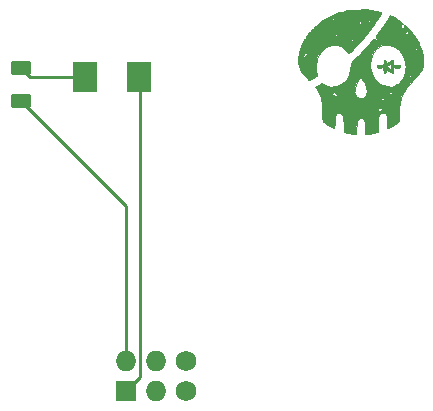
<source format=gbr>
%TF.GenerationSoftware,KiCad,Pcbnew,(6.0.7)*%
%TF.CreationDate,2022-09-06T20:50:32-05:00*%
%TF.ProjectId,Soldering Crew Badge,536f6c64-6572-4696-9e67-204372657720,rev?*%
%TF.SameCoordinates,Original*%
%TF.FileFunction,Copper,L2,Bot*%
%TF.FilePolarity,Positive*%
%FSLAX46Y46*%
G04 Gerber Fmt 4.6, Leading zero omitted, Abs format (unit mm)*
G04 Created by KiCad (PCBNEW (6.0.7)) date 2022-09-06 20:50:32*
%MOMM*%
%LPD*%
G01*
G04 APERTURE LIST*
G04 Aperture macros list*
%AMRoundRect*
0 Rectangle with rounded corners*
0 $1 Rounding radius*
0 $2 $3 $4 $5 $6 $7 $8 $9 X,Y pos of 4 corners*
0 Add a 4 corners polygon primitive as box body*
4,1,4,$2,$3,$4,$5,$6,$7,$8,$9,$2,$3,0*
0 Add four circle primitives for the rounded corners*
1,1,$1+$1,$2,$3*
1,1,$1+$1,$4,$5*
1,1,$1+$1,$6,$7*
1,1,$1+$1,$8,$9*
0 Add four rect primitives between the rounded corners*
20,1,$1+$1,$2,$3,$4,$5,0*
20,1,$1+$1,$4,$5,$6,$7,0*
20,1,$1+$1,$6,$7,$8,$9,0*
20,1,$1+$1,$8,$9,$2,$3,0*%
G04 Aperture macros list end*
%TA.AperFunction,EtchedComponent*%
%ADD10C,0.010000*%
%TD*%
%TA.AperFunction,SMDPad,CuDef*%
%ADD11R,2.000000X2.500000*%
%TD*%
%TA.AperFunction,ComponentPad*%
%ADD12O,1.727200X1.727200*%
%TD*%
%TA.AperFunction,ComponentPad*%
%ADD13R,1.727200X1.727200*%
%TD*%
%TA.AperFunction,ComponentPad*%
%ADD14C,1.727200*%
%TD*%
%TA.AperFunction,SMDPad,CuDef*%
%ADD15RoundRect,0.250000X-0.625000X0.375000X-0.625000X-0.375000X0.625000X-0.375000X0.625000X0.375000X0*%
%TD*%
%TA.AperFunction,Conductor*%
%ADD16C,0.250000*%
%TD*%
G04 APERTURE END LIST*
%TO.C,G\u002A\u002A\u002A*%
G36*
X177064772Y-95031340D02*
G01*
X177150960Y-95150294D01*
X177290794Y-95343289D01*
X177397254Y-95525492D01*
X177461835Y-95636022D01*
X177500992Y-95719421D01*
X177507140Y-95733903D01*
X177575940Y-95895966D01*
X177655482Y-96099383D01*
X177725382Y-96293423D01*
X177727870Y-96300330D01*
X177734631Y-96320140D01*
X177789862Y-96486745D01*
X177827720Y-96619899D01*
X177851549Y-96741923D01*
X177862618Y-96854108D01*
X177864692Y-96875136D01*
X177867360Y-96951800D01*
X177870494Y-97041861D01*
X177872297Y-97264416D01*
X177872575Y-97344351D01*
X177871548Y-97510518D01*
X177869346Y-97554948D01*
X177864477Y-97653245D01*
X177847704Y-97774236D01*
X177846802Y-97780743D01*
X177813966Y-97901223D01*
X177761409Y-98022896D01*
X177684572Y-98153973D01*
X177622481Y-98241339D01*
X177578898Y-98302665D01*
X177539537Y-98352057D01*
X177439826Y-98477183D01*
X177290662Y-98652909D01*
X177262797Y-98685737D01*
X177043254Y-98936540D01*
X176776637Y-99237800D01*
X176738474Y-99281110D01*
X176558296Y-99496260D01*
X176527353Y-99533209D01*
X176457700Y-99628569D01*
X176371317Y-99746834D01*
X176362867Y-99758403D01*
X176233120Y-99976309D01*
X176204334Y-100038304D01*
X176126219Y-100206544D01*
X176030268Y-100468723D01*
X176023791Y-100488262D01*
X176023569Y-100488934D01*
X175992126Y-100585954D01*
X175974214Y-100641226D01*
X175967638Y-100664108D01*
X175938198Y-100766560D01*
X175913094Y-100882453D01*
X175896473Y-101006421D01*
X175893050Y-101054877D01*
X175886976Y-101140880D01*
X175885910Y-101155983D01*
X175880233Y-101313724D01*
X175878977Y-101348655D01*
X175873246Y-101601954D01*
X175873142Y-101606355D01*
X175872947Y-101614616D01*
X175868486Y-101803934D01*
X175862041Y-102016508D01*
X175855115Y-102193719D01*
X175848275Y-102321306D01*
X175842089Y-102385009D01*
X175839580Y-102391708D01*
X175789352Y-102445760D01*
X175688083Y-102524387D01*
X175551120Y-102617892D01*
X175393808Y-102716577D01*
X175231495Y-102810744D01*
X175079525Y-102890694D01*
X174953246Y-102946729D01*
X174845784Y-102987250D01*
X174845784Y-102515431D01*
X174845198Y-102425700D01*
X174833045Y-102163965D01*
X174801983Y-101969283D01*
X174747814Y-101833962D01*
X174666339Y-101750309D01*
X174553359Y-101710633D01*
X174404676Y-101707242D01*
X174384417Y-101708822D01*
X174283954Y-101726938D01*
X174221631Y-101774108D01*
X174165206Y-101872596D01*
X174153486Y-101898212D01*
X174126395Y-101978094D01*
X174105916Y-102081747D01*
X174090384Y-102222766D01*
X174078138Y-102414748D01*
X174067513Y-102671287D01*
X174044708Y-103316567D01*
X173907938Y-103352313D01*
X173834605Y-103370674D01*
X173689940Y-103404917D01*
X173536708Y-103439515D01*
X173433703Y-103459594D01*
X173271093Y-103483479D01*
X173139916Y-103494078D01*
X172977587Y-103497185D01*
X172964070Y-102958059D01*
X172957680Y-102757001D01*
X172947430Y-102581455D01*
X172932530Y-102458348D01*
X172911203Y-102373796D01*
X172881675Y-102313911D01*
X172822726Y-102245286D01*
X172700078Y-102180260D01*
X172564885Y-102179248D01*
X172435078Y-102240662D01*
X172328588Y-102362912D01*
X172327256Y-102365203D01*
X172293613Y-102434044D01*
X172271053Y-102513984D01*
X172257426Y-102621774D01*
X172250582Y-102774171D01*
X172248370Y-102987928D01*
X172247169Y-103477646D01*
X172090861Y-103487613D01*
X172038932Y-103487278D01*
X171901460Y-103473677D01*
X171727939Y-103446527D01*
X171543784Y-103409459D01*
X171153015Y-103321339D01*
X171152146Y-102676569D01*
X171151384Y-102500740D01*
X171147832Y-102295953D01*
X171140313Y-102147081D01*
X171127621Y-102040839D01*
X171108549Y-101963947D01*
X171081890Y-101903121D01*
X171055793Y-101868498D01*
X173634400Y-101868498D01*
X173634401Y-101868937D01*
X173656900Y-101894936D01*
X173721035Y-101859715D01*
X173822806Y-101765462D01*
X173861125Y-101723735D01*
X173915301Y-101652317D01*
X173927113Y-101614616D01*
X173922724Y-101613013D01*
X173876703Y-101635012D01*
X173803195Y-101690352D01*
X173723864Y-101760241D01*
X173660377Y-101825887D01*
X173634400Y-101868498D01*
X171055793Y-101868498D01*
X171011103Y-101809209D01*
X170884851Y-101727954D01*
X170742691Y-101702535D01*
X170639157Y-101727350D01*
X170605104Y-101735512D01*
X170492571Y-101829448D01*
X170477566Y-101850793D01*
X170447761Y-101907974D01*
X170427074Y-101982803D01*
X170413229Y-102090408D01*
X170403947Y-102245914D01*
X170396950Y-102464448D01*
X170388887Y-102685896D01*
X170376399Y-102856832D01*
X170359685Y-102956705D01*
X170338335Y-102989179D01*
X170337106Y-102989108D01*
X170283775Y-102968736D01*
X170178302Y-102917291D01*
X170035385Y-102842243D01*
X169869724Y-102751061D01*
X169774694Y-102696983D01*
X169611271Y-102598192D01*
X169501293Y-102519999D01*
X169432995Y-102453454D01*
X169394610Y-102389605D01*
X169393919Y-102387926D01*
X169371171Y-102293939D01*
X169355475Y-102138541D01*
X169346465Y-101916227D01*
X169344557Y-101706973D01*
X169970124Y-101706973D01*
X169978948Y-101726257D01*
X170032449Y-101767433D01*
X170090611Y-101752563D01*
X170110295Y-101727350D01*
X170106362Y-101679474D01*
X170036067Y-101660569D01*
X169989386Y-101670102D01*
X169970124Y-101706973D01*
X169344557Y-101706973D01*
X169343777Y-101621492D01*
X170899015Y-101621492D01*
X170899463Y-101630336D01*
X170916248Y-101660569D01*
X170922516Y-101658771D01*
X170957631Y-101621492D01*
X170963737Y-101606355D01*
X170940398Y-101582416D01*
X170929056Y-101583917D01*
X170899015Y-101621492D01*
X169343777Y-101621492D01*
X169342284Y-101451492D01*
X173715739Y-101451492D01*
X173730485Y-101501662D01*
X173750753Y-101521341D01*
X173822321Y-101542096D01*
X173848092Y-101540679D01*
X173862004Y-101526242D01*
X173813099Y-101483884D01*
X173800695Y-101476588D01*
X174055660Y-101476588D01*
X174097747Y-101526242D01*
X174120011Y-101552509D01*
X174150835Y-101571178D01*
X174188836Y-101573940D01*
X174240709Y-101541448D01*
X174328015Y-101464590D01*
X174414388Y-101377520D01*
X174447708Y-101313724D01*
X174413597Y-101279793D01*
X174311554Y-101269800D01*
X174220394Y-101279864D01*
X174115591Y-101325890D01*
X174081206Y-101367492D01*
X174057433Y-101396256D01*
X174055660Y-101476588D01*
X173800695Y-101476588D01*
X173752185Y-101448055D01*
X173715739Y-101451492D01*
X169342284Y-101451492D01*
X169341706Y-101385687D01*
X169340872Y-101367492D01*
X170859938Y-101367492D01*
X170879477Y-101387031D01*
X170899015Y-101367492D01*
X170879477Y-101347954D01*
X170859938Y-101367492D01*
X169340872Y-101367492D01*
X169325687Y-101036253D01*
X169320847Y-100995284D01*
X170083737Y-100995284D01*
X170092912Y-101050368D01*
X170156554Y-101074416D01*
X170201979Y-101081743D01*
X170234708Y-101113492D01*
X170235843Y-101122833D01*
X170273784Y-101152569D01*
X170291040Y-101152151D01*
X170309031Y-101140880D01*
X170302241Y-101098092D01*
X170287713Y-101054877D01*
X174767631Y-101054877D01*
X174787169Y-101074416D01*
X174806708Y-101054877D01*
X174787169Y-101035339D01*
X174767631Y-101054877D01*
X170287713Y-101054877D01*
X170270159Y-101002658D01*
X170244812Y-100939713D01*
X170207975Y-100903630D01*
X170152928Y-100920048D01*
X170129630Y-100934755D01*
X170083737Y-100995284D01*
X169320847Y-100995284D01*
X169290248Y-100736254D01*
X169274331Y-100664108D01*
X170273784Y-100664108D01*
X170293323Y-100683646D01*
X170312861Y-100664108D01*
X175275631Y-100664108D01*
X175295169Y-100683646D01*
X175314708Y-100664108D01*
X175295169Y-100644569D01*
X175275631Y-100664108D01*
X170312861Y-100664108D01*
X170293323Y-100644569D01*
X170273784Y-100664108D01*
X169274331Y-100664108D01*
X169266218Y-100627337D01*
X173751631Y-100627337D01*
X173752647Y-100631237D01*
X173790708Y-100644569D01*
X173801418Y-100642979D01*
X173829784Y-100603186D01*
X173826716Y-100589052D01*
X173790708Y-100585954D01*
X173779013Y-100593974D01*
X173751631Y-100627337D01*
X169266218Y-100627337D01*
X169247706Y-100543428D01*
X174345487Y-100543428D01*
X174374656Y-100587729D01*
X174437557Y-100598874D01*
X174477944Y-100585954D01*
X175158400Y-100585954D01*
X175177938Y-100605492D01*
X175197477Y-100585954D01*
X175177938Y-100566416D01*
X175158400Y-100585954D01*
X174477944Y-100585954D01*
X174504377Y-100577498D01*
X174545302Y-100524240D01*
X174551596Y-100493016D01*
X174540287Y-100467938D01*
X175323056Y-100467938D01*
X175325586Y-100493016D01*
X175327733Y-100514313D01*
X175339487Y-100520426D01*
X175353784Y-100488262D01*
X175350964Y-100467574D01*
X175327733Y-100462210D01*
X175323056Y-100467938D01*
X174540287Y-100467938D01*
X174535360Y-100457013D01*
X174462062Y-100456653D01*
X174389574Y-100480134D01*
X174346683Y-100528485D01*
X174345487Y-100543428D01*
X169247706Y-100543428D01*
X169231122Y-100468262D01*
X169144042Y-100214846D01*
X169074590Y-100065658D01*
X170107352Y-100065658D01*
X170186362Y-100144669D01*
X170199144Y-100156162D01*
X170299340Y-100213892D01*
X170421542Y-100252237D01*
X170516337Y-100265643D01*
X170561423Y-100256333D01*
X170565507Y-100218451D01*
X170560326Y-100189188D01*
X170550313Y-100108162D01*
X170522440Y-100058420D01*
X170452608Y-99998158D01*
X170397683Y-99968192D01*
X172079816Y-99968192D01*
X172115241Y-100108790D01*
X172184918Y-100218451D01*
X172196434Y-100236577D01*
X172324687Y-100365230D01*
X172446350Y-100445934D01*
X172616166Y-100489013D01*
X172782959Y-100462853D01*
X172931867Y-100370535D01*
X173048031Y-100215145D01*
X173093422Y-100105357D01*
X173120264Y-99941235D01*
X173967532Y-99941235D01*
X173973427Y-100003620D01*
X173977316Y-100011964D01*
X174022903Y-100050329D01*
X174077114Y-100056309D01*
X174103323Y-100024123D01*
X174102825Y-100017971D01*
X174078474Y-99976974D01*
X174963015Y-99976974D01*
X174982374Y-100024123D01*
X174987917Y-100037624D01*
X175060883Y-100092280D01*
X175148631Y-100106575D01*
X175219222Y-100083206D01*
X175226992Y-100038304D01*
X175164051Y-99965837D01*
X175141499Y-99949287D01*
X175063845Y-99924948D01*
X174993599Y-99934773D01*
X174963015Y-99976974D01*
X174078474Y-99976974D01*
X174072272Y-99966533D01*
X174018498Y-99927121D01*
X173975420Y-99925806D01*
X173972410Y-99931693D01*
X173967532Y-99941235D01*
X173120264Y-99941235D01*
X173121825Y-99931693D01*
X173114287Y-99855350D01*
X174181718Y-99855350D01*
X174209256Y-99863031D01*
X174244146Y-99849510D01*
X174303692Y-99794646D01*
X174329785Y-99760438D01*
X174332313Y-99746834D01*
X174279169Y-99783589D01*
X174225446Y-99822790D01*
X174184733Y-99851973D01*
X174181718Y-99855350D01*
X173114287Y-99855350D01*
X173102113Y-99732043D01*
X173067410Y-99608245D01*
X176143672Y-99608245D01*
X176148349Y-99654621D01*
X176160102Y-99660734D01*
X176174400Y-99628569D01*
X176171580Y-99607882D01*
X176148349Y-99602518D01*
X176143672Y-99608245D01*
X173067410Y-99608245D01*
X173039598Y-99509032D01*
X173673477Y-99509032D01*
X173677511Y-99530675D01*
X173717007Y-99570282D01*
X173765719Y-99562379D01*
X173776328Y-99550212D01*
X173785985Y-99496260D01*
X173732092Y-99472262D01*
X173705162Y-99476399D01*
X173673477Y-99509032D01*
X173039598Y-99509032D01*
X173033948Y-99488875D01*
X172931680Y-99211502D01*
X172881546Y-99101031D01*
X173478092Y-99101031D01*
X173497631Y-99120569D01*
X173517169Y-99101031D01*
X173497631Y-99081492D01*
X173478092Y-99101031D01*
X172881546Y-99101031D01*
X172829764Y-98986927D01*
X172734039Y-98834691D01*
X172642781Y-98752091D01*
X172554266Y-98736421D01*
X172548968Y-98737529D01*
X172511456Y-98753252D01*
X172475102Y-98789349D01*
X172434280Y-98856415D01*
X172383363Y-98965046D01*
X172316724Y-99125837D01*
X172228735Y-99349383D01*
X172141099Y-99593854D01*
X172088866Y-99801105D01*
X172084453Y-99882569D01*
X172079816Y-99968192D01*
X170397683Y-99968192D01*
X170384701Y-99961109D01*
X170322642Y-99960794D01*
X170232623Y-100000878D01*
X170107352Y-100065658D01*
X169074590Y-100065658D01*
X169024740Y-99958576D01*
X168981923Y-99882569D01*
X170234708Y-99882569D01*
X170254246Y-99902108D01*
X170273784Y-99882569D01*
X170254246Y-99863031D01*
X170234708Y-99882569D01*
X168981923Y-99882569D01*
X168868950Y-99682023D01*
X168748653Y-99481476D01*
X169046874Y-99339851D01*
X169345096Y-99198227D01*
X169548575Y-99314646D01*
X169560100Y-99321186D01*
X169841716Y-99445220D01*
X170119132Y-99495052D01*
X170403972Y-99472830D01*
X170605741Y-99420282D01*
X170916053Y-99279121D01*
X171183046Y-99074906D01*
X171404845Y-98810082D01*
X171579578Y-98487093D01*
X171705373Y-98108384D01*
X171780356Y-97676398D01*
X171784801Y-97635893D01*
X171803980Y-97511627D01*
X171808283Y-97500318D01*
X173427926Y-97500318D01*
X173434252Y-97842438D01*
X173494060Y-98163185D01*
X173537153Y-98292802D01*
X173671592Y-98579936D01*
X173847708Y-98847596D01*
X174053443Y-99081180D01*
X174077415Y-99101031D01*
X174276737Y-99266089D01*
X174505528Y-99387720D01*
X174822869Y-99472693D01*
X175128936Y-99483708D01*
X175417133Y-99418681D01*
X175686804Y-99277760D01*
X175733002Y-99237800D01*
X176526092Y-99237800D01*
X176532705Y-99255777D01*
X176584708Y-99276877D01*
X176611672Y-99272468D01*
X176643323Y-99237800D01*
X176636710Y-99219824D01*
X176584708Y-99198723D01*
X176557743Y-99203132D01*
X176526092Y-99237800D01*
X175733002Y-99237800D01*
X175937295Y-99061094D01*
X175972434Y-99023197D01*
X176144482Y-98802896D01*
X176202297Y-98690595D01*
X176664319Y-98690595D01*
X176669638Y-98727209D01*
X176700416Y-98693187D01*
X176700590Y-98692910D01*
X176753791Y-98669743D01*
X176844755Y-98672250D01*
X176905575Y-98676140D01*
X176948418Y-98652909D01*
X176928593Y-98607343D01*
X176845949Y-98554457D01*
X176794453Y-98516119D01*
X176757916Y-98417688D01*
X176752390Y-98388302D01*
X176733480Y-98415604D01*
X176727657Y-98434417D01*
X176702756Y-98514877D01*
X176692761Y-98553954D01*
X176684416Y-98586587D01*
X176664319Y-98690595D01*
X176202297Y-98690595D01*
X176264667Y-98569446D01*
X176269413Y-98553954D01*
X176565169Y-98553954D01*
X176584708Y-98573492D01*
X176604246Y-98553954D01*
X176584708Y-98534416D01*
X176565169Y-98553954D01*
X176269413Y-98553954D01*
X176298632Y-98458568D01*
X176565169Y-98458568D01*
X176566288Y-98467292D01*
X176604246Y-98495339D01*
X176622921Y-98487883D01*
X176643323Y-98434417D01*
X176637700Y-98406505D01*
X176604246Y-98397646D01*
X176593574Y-98405645D01*
X176565169Y-98458568D01*
X176298632Y-98458568D01*
X176327659Y-98363810D01*
X177001927Y-98363810D01*
X177034092Y-98378108D01*
X177054779Y-98375288D01*
X177060143Y-98352057D01*
X177054416Y-98347380D01*
X177008041Y-98352057D01*
X177001927Y-98363810D01*
X176327659Y-98363810D01*
X176349835Y-98291415D01*
X176360108Y-98241339D01*
X176760554Y-98241339D01*
X176780092Y-98260877D01*
X176799631Y-98241339D01*
X176780092Y-98221800D01*
X176760554Y-98241339D01*
X176360108Y-98241339D01*
X176375240Y-98167581D01*
X176406674Y-97774236D01*
X176386816Y-97592565D01*
X176730788Y-97592565D01*
X176731943Y-97679141D01*
X176738849Y-97713800D01*
X176761684Y-97682401D01*
X176777693Y-97606394D01*
X176781856Y-97520247D01*
X176774473Y-97481883D01*
X177473519Y-97481883D01*
X177483477Y-97518416D01*
X177484748Y-97520247D01*
X177491505Y-97529983D01*
X177527166Y-97557492D01*
X177532511Y-97554948D01*
X177522554Y-97518416D01*
X177514525Y-97506848D01*
X177478864Y-97479339D01*
X177473519Y-97481883D01*
X176774473Y-97481883D01*
X176769967Y-97458469D01*
X176761154Y-97446395D01*
X176741845Y-97463543D01*
X176731845Y-97557639D01*
X176730788Y-97592565D01*
X176386816Y-97592565D01*
X176364668Y-97389952D01*
X176251760Y-97023929D01*
X176185978Y-96901066D01*
X176372739Y-96901066D01*
X176392954Y-96971674D01*
X176412200Y-97012289D01*
X176437296Y-97028012D01*
X176475407Y-96975524D01*
X176483018Y-96962958D01*
X176492730Y-96932262D01*
X177112246Y-96932262D01*
X177118859Y-96950238D01*
X177170861Y-96971339D01*
X177197826Y-96966930D01*
X177211639Y-96951800D01*
X177268554Y-96951800D01*
X177288092Y-96971339D01*
X177307631Y-96951800D01*
X177288092Y-96932262D01*
X177268554Y-96951800D01*
X177211639Y-96951800D01*
X177229477Y-96932262D01*
X177222864Y-96914285D01*
X177170861Y-96893185D01*
X177143897Y-96897593D01*
X177135328Y-96906978D01*
X177112246Y-96932262D01*
X176492730Y-96932262D01*
X176500729Y-96906978D01*
X176460045Y-96876202D01*
X176426200Y-96866952D01*
X176377591Y-96872352D01*
X176372739Y-96901066D01*
X176185978Y-96901066D01*
X176160836Y-96854108D01*
X176662861Y-96854108D01*
X176670860Y-96864780D01*
X176723783Y-96893185D01*
X176732507Y-96892066D01*
X176760554Y-96854108D01*
X176753098Y-96835433D01*
X176699632Y-96815031D01*
X176671720Y-96820654D01*
X176662861Y-96854108D01*
X176160836Y-96854108D01*
X176070489Y-96685365D01*
X175823393Y-96383457D01*
X175816106Y-96376178D01*
X175750387Y-96322870D01*
X177130243Y-96322870D01*
X177130727Y-96383473D01*
X177140133Y-96396768D01*
X177199686Y-96420879D01*
X177278408Y-96369748D01*
X177332303Y-96339743D01*
X177437507Y-96335226D01*
X177447377Y-96337021D01*
X177521042Y-96336219D01*
X177542092Y-96293423D01*
X177536738Y-96261024D01*
X177487154Y-96200274D01*
X177412140Y-96179395D01*
X177345158Y-96211645D01*
X177344550Y-96211938D01*
X177308305Y-96242025D01*
X177245612Y-96252517D01*
X177236678Y-96249960D01*
X177174966Y-96267644D01*
X177130243Y-96322870D01*
X175750387Y-96322870D01*
X175612166Y-96210753D01*
X176663538Y-96210753D01*
X176704137Y-96243852D01*
X176753403Y-96261226D01*
X176792213Y-96259198D01*
X176799631Y-96211645D01*
X176790721Y-96164525D01*
X176745972Y-96131642D01*
X176685830Y-96166128D01*
X176663538Y-96210753D01*
X175612166Y-96210753D01*
X175553669Y-96163303D01*
X175272027Y-96020271D01*
X174980355Y-95946231D01*
X174687828Y-95940332D01*
X174403621Y-96001724D01*
X174136908Y-96129554D01*
X173896864Y-96322971D01*
X173692665Y-96581125D01*
X173564650Y-96840202D01*
X173472316Y-97158887D01*
X173427926Y-97500318D01*
X171808283Y-97500318D01*
X171837020Y-97424793D01*
X171899261Y-97346174D01*
X172006044Y-97246552D01*
X172161207Y-97102987D01*
X172395780Y-96873209D01*
X172650327Y-96612499D01*
X172909241Y-96337503D01*
X173156912Y-96064869D01*
X173377732Y-95811247D01*
X173431405Y-95745656D01*
X176298543Y-95745656D01*
X176330708Y-95759954D01*
X176351395Y-95757134D01*
X176356759Y-95733903D01*
X176351031Y-95729226D01*
X176304656Y-95733903D01*
X176298543Y-95745656D01*
X173431405Y-95745656D01*
X173556092Y-95593283D01*
X173572077Y-95573094D01*
X173655752Y-95477274D01*
X173718424Y-95421600D01*
X173747567Y-95417569D01*
X173802037Y-95491007D01*
X173898169Y-95524894D01*
X173925119Y-95505169D01*
X174150749Y-95505169D01*
X174155426Y-95551544D01*
X174167179Y-95557657D01*
X174181477Y-95525492D01*
X174178657Y-95504805D01*
X174155426Y-95499441D01*
X174150749Y-95505169D01*
X173925119Y-95505169D01*
X173935656Y-95497457D01*
X173945677Y-95429335D01*
X173927884Y-95352462D01*
X173884249Y-95298866D01*
X173872990Y-95290109D01*
X173865549Y-95259594D01*
X173885370Y-95205402D01*
X173937752Y-95118122D01*
X173978322Y-95059776D01*
X176291631Y-95059776D01*
X176291698Y-95061137D01*
X176321452Y-95067303D01*
X176389021Y-95033635D01*
X176458494Y-95001933D01*
X176535834Y-94993282D01*
X176585226Y-95013309D01*
X176583232Y-95058957D01*
X176567571Y-95074712D01*
X176505458Y-95081095D01*
X176477437Y-95077282D01*
X176414304Y-95108626D01*
X176403319Y-95129949D01*
X176432367Y-95150222D01*
X176528678Y-95156038D01*
X176561266Y-95155907D01*
X176647720Y-95153918D01*
X176682400Y-95150294D01*
X176680122Y-95142236D01*
X176659805Y-95081683D01*
X176625275Y-94982640D01*
X176612398Y-94942548D01*
X176588556Y-94830440D01*
X176589149Y-94753035D01*
X176597099Y-94726725D01*
X176598227Y-94707123D01*
X176566178Y-94753723D01*
X176515124Y-94797237D01*
X176421901Y-94822108D01*
X176395339Y-94822823D01*
X176341588Y-94842067D01*
X176342020Y-94900223D01*
X176347256Y-94949680D01*
X176327039Y-95000221D01*
X176319868Y-95005435D01*
X176291631Y-95059776D01*
X173978322Y-95059776D01*
X174027992Y-94988344D01*
X174161391Y-94806658D01*
X174304166Y-94609491D01*
X174376861Y-94609491D01*
X174377242Y-94614954D01*
X174399862Y-94623559D01*
X174439208Y-94581609D01*
X174448716Y-94559771D01*
X174421976Y-94564376D01*
X174404617Y-94576439D01*
X174376861Y-94609491D01*
X174304166Y-94609491D01*
X174311130Y-94599874D01*
X174469244Y-94372723D01*
X174533169Y-94372723D01*
X174552708Y-94392262D01*
X174572246Y-94372723D01*
X174552708Y-94353185D01*
X174533169Y-94372723D01*
X174469244Y-94372723D01*
X174478246Y-94359791D01*
X174549378Y-94253962D01*
X175971172Y-94253962D01*
X175976573Y-94288219D01*
X175995579Y-94314758D01*
X176011406Y-94372723D01*
X176018092Y-94397215D01*
X176018730Y-94404396D01*
X176058572Y-94467299D01*
X176141327Y-94526169D01*
X176178894Y-94544295D01*
X176219063Y-94559771D01*
X176276247Y-94581803D01*
X176317791Y-94579417D01*
X176298051Y-94536767D01*
X176278367Y-94497043D01*
X176275599Y-94409767D01*
X176281334Y-94378778D01*
X176260679Y-94281308D01*
X176183660Y-94224475D01*
X176064330Y-94220845D01*
X176037075Y-94226815D01*
X175971172Y-94253962D01*
X174549378Y-94253962D01*
X174638291Y-94121680D01*
X174715525Y-94001492D01*
X175646861Y-94001492D01*
X175654882Y-94013187D01*
X175688245Y-94040569D01*
X175692144Y-94039553D01*
X175705477Y-94001492D01*
X175703887Y-93990782D01*
X175664094Y-93962416D01*
X175649960Y-93965484D01*
X175646861Y-94001492D01*
X174715525Y-94001492D01*
X174770836Y-93915419D01*
X174789905Y-93884729D01*
X174889530Y-93725266D01*
X174972799Y-93593396D01*
X175031477Y-93502088D01*
X175057327Y-93464309D01*
X175069737Y-93462329D01*
X175138698Y-93485220D01*
X175253425Y-93539657D01*
X175400281Y-93617951D01*
X175565625Y-93712418D01*
X175735820Y-93815370D01*
X175897226Y-93919121D01*
X176015412Y-94001492D01*
X176036205Y-94015984D01*
X176202113Y-94145306D01*
X176505902Y-94415838D01*
X176664886Y-94579417D01*
X176798298Y-94716686D01*
X177064772Y-95031340D01*
G37*
D10*
X177064772Y-95031340D02*
X177150960Y-95150294D01*
X177290794Y-95343289D01*
X177397254Y-95525492D01*
X177461835Y-95636022D01*
X177500992Y-95719421D01*
X177507140Y-95733903D01*
X177575940Y-95895966D01*
X177655482Y-96099383D01*
X177725382Y-96293423D01*
X177727870Y-96300330D01*
X177734631Y-96320140D01*
X177789862Y-96486745D01*
X177827720Y-96619899D01*
X177851549Y-96741923D01*
X177862618Y-96854108D01*
X177864692Y-96875136D01*
X177867360Y-96951800D01*
X177870494Y-97041861D01*
X177872297Y-97264416D01*
X177872575Y-97344351D01*
X177871548Y-97510518D01*
X177869346Y-97554948D01*
X177864477Y-97653245D01*
X177847704Y-97774236D01*
X177846802Y-97780743D01*
X177813966Y-97901223D01*
X177761409Y-98022896D01*
X177684572Y-98153973D01*
X177622481Y-98241339D01*
X177578898Y-98302665D01*
X177539537Y-98352057D01*
X177439826Y-98477183D01*
X177290662Y-98652909D01*
X177262797Y-98685737D01*
X177043254Y-98936540D01*
X176776637Y-99237800D01*
X176738474Y-99281110D01*
X176558296Y-99496260D01*
X176527353Y-99533209D01*
X176457700Y-99628569D01*
X176371317Y-99746834D01*
X176362867Y-99758403D01*
X176233120Y-99976309D01*
X176204334Y-100038304D01*
X176126219Y-100206544D01*
X176030268Y-100468723D01*
X176023791Y-100488262D01*
X176023569Y-100488934D01*
X175992126Y-100585954D01*
X175974214Y-100641226D01*
X175967638Y-100664108D01*
X175938198Y-100766560D01*
X175913094Y-100882453D01*
X175896473Y-101006421D01*
X175893050Y-101054877D01*
X175886976Y-101140880D01*
X175885910Y-101155983D01*
X175880233Y-101313724D01*
X175878977Y-101348655D01*
X175873246Y-101601954D01*
X175873142Y-101606355D01*
X175872947Y-101614616D01*
X175868486Y-101803934D01*
X175862041Y-102016508D01*
X175855115Y-102193719D01*
X175848275Y-102321306D01*
X175842089Y-102385009D01*
X175839580Y-102391708D01*
X175789352Y-102445760D01*
X175688083Y-102524387D01*
X175551120Y-102617892D01*
X175393808Y-102716577D01*
X175231495Y-102810744D01*
X175079525Y-102890694D01*
X174953246Y-102946729D01*
X174845784Y-102987250D01*
X174845784Y-102515431D01*
X174845198Y-102425700D01*
X174833045Y-102163965D01*
X174801983Y-101969283D01*
X174747814Y-101833962D01*
X174666339Y-101750309D01*
X174553359Y-101710633D01*
X174404676Y-101707242D01*
X174384417Y-101708822D01*
X174283954Y-101726938D01*
X174221631Y-101774108D01*
X174165206Y-101872596D01*
X174153486Y-101898212D01*
X174126395Y-101978094D01*
X174105916Y-102081747D01*
X174090384Y-102222766D01*
X174078138Y-102414748D01*
X174067513Y-102671287D01*
X174044708Y-103316567D01*
X173907938Y-103352313D01*
X173834605Y-103370674D01*
X173689940Y-103404917D01*
X173536708Y-103439515D01*
X173433703Y-103459594D01*
X173271093Y-103483479D01*
X173139916Y-103494078D01*
X172977587Y-103497185D01*
X172964070Y-102958059D01*
X172957680Y-102757001D01*
X172947430Y-102581455D01*
X172932530Y-102458348D01*
X172911203Y-102373796D01*
X172881675Y-102313911D01*
X172822726Y-102245286D01*
X172700078Y-102180260D01*
X172564885Y-102179248D01*
X172435078Y-102240662D01*
X172328588Y-102362912D01*
X172327256Y-102365203D01*
X172293613Y-102434044D01*
X172271053Y-102513984D01*
X172257426Y-102621774D01*
X172250582Y-102774171D01*
X172248370Y-102987928D01*
X172247169Y-103477646D01*
X172090861Y-103487613D01*
X172038932Y-103487278D01*
X171901460Y-103473677D01*
X171727939Y-103446527D01*
X171543784Y-103409459D01*
X171153015Y-103321339D01*
X171152146Y-102676569D01*
X171151384Y-102500740D01*
X171147832Y-102295953D01*
X171140313Y-102147081D01*
X171127621Y-102040839D01*
X171108549Y-101963947D01*
X171081890Y-101903121D01*
X171055793Y-101868498D01*
X173634400Y-101868498D01*
X173634401Y-101868937D01*
X173656900Y-101894936D01*
X173721035Y-101859715D01*
X173822806Y-101765462D01*
X173861125Y-101723735D01*
X173915301Y-101652317D01*
X173927113Y-101614616D01*
X173922724Y-101613013D01*
X173876703Y-101635012D01*
X173803195Y-101690352D01*
X173723864Y-101760241D01*
X173660377Y-101825887D01*
X173634400Y-101868498D01*
X171055793Y-101868498D01*
X171011103Y-101809209D01*
X170884851Y-101727954D01*
X170742691Y-101702535D01*
X170639157Y-101727350D01*
X170605104Y-101735512D01*
X170492571Y-101829448D01*
X170477566Y-101850793D01*
X170447761Y-101907974D01*
X170427074Y-101982803D01*
X170413229Y-102090408D01*
X170403947Y-102245914D01*
X170396950Y-102464448D01*
X170388887Y-102685896D01*
X170376399Y-102856832D01*
X170359685Y-102956705D01*
X170338335Y-102989179D01*
X170337106Y-102989108D01*
X170283775Y-102968736D01*
X170178302Y-102917291D01*
X170035385Y-102842243D01*
X169869724Y-102751061D01*
X169774694Y-102696983D01*
X169611271Y-102598192D01*
X169501293Y-102519999D01*
X169432995Y-102453454D01*
X169394610Y-102389605D01*
X169393919Y-102387926D01*
X169371171Y-102293939D01*
X169355475Y-102138541D01*
X169346465Y-101916227D01*
X169344557Y-101706973D01*
X169970124Y-101706973D01*
X169978948Y-101726257D01*
X170032449Y-101767433D01*
X170090611Y-101752563D01*
X170110295Y-101727350D01*
X170106362Y-101679474D01*
X170036067Y-101660569D01*
X169989386Y-101670102D01*
X169970124Y-101706973D01*
X169344557Y-101706973D01*
X169343777Y-101621492D01*
X170899015Y-101621492D01*
X170899463Y-101630336D01*
X170916248Y-101660569D01*
X170922516Y-101658771D01*
X170957631Y-101621492D01*
X170963737Y-101606355D01*
X170940398Y-101582416D01*
X170929056Y-101583917D01*
X170899015Y-101621492D01*
X169343777Y-101621492D01*
X169342284Y-101451492D01*
X173715739Y-101451492D01*
X173730485Y-101501662D01*
X173750753Y-101521341D01*
X173822321Y-101542096D01*
X173848092Y-101540679D01*
X173862004Y-101526242D01*
X173813099Y-101483884D01*
X173800695Y-101476588D01*
X174055660Y-101476588D01*
X174097747Y-101526242D01*
X174120011Y-101552509D01*
X174150835Y-101571178D01*
X174188836Y-101573940D01*
X174240709Y-101541448D01*
X174328015Y-101464590D01*
X174414388Y-101377520D01*
X174447708Y-101313724D01*
X174413597Y-101279793D01*
X174311554Y-101269800D01*
X174220394Y-101279864D01*
X174115591Y-101325890D01*
X174081206Y-101367492D01*
X174057433Y-101396256D01*
X174055660Y-101476588D01*
X173800695Y-101476588D01*
X173752185Y-101448055D01*
X173715739Y-101451492D01*
X169342284Y-101451492D01*
X169341706Y-101385687D01*
X169340872Y-101367492D01*
X170859938Y-101367492D01*
X170879477Y-101387031D01*
X170899015Y-101367492D01*
X170879477Y-101347954D01*
X170859938Y-101367492D01*
X169340872Y-101367492D01*
X169325687Y-101036253D01*
X169320847Y-100995284D01*
X170083737Y-100995284D01*
X170092912Y-101050368D01*
X170156554Y-101074416D01*
X170201979Y-101081743D01*
X170234708Y-101113492D01*
X170235843Y-101122833D01*
X170273784Y-101152569D01*
X170291040Y-101152151D01*
X170309031Y-101140880D01*
X170302241Y-101098092D01*
X170287713Y-101054877D01*
X174767631Y-101054877D01*
X174787169Y-101074416D01*
X174806708Y-101054877D01*
X174787169Y-101035339D01*
X174767631Y-101054877D01*
X170287713Y-101054877D01*
X170270159Y-101002658D01*
X170244812Y-100939713D01*
X170207975Y-100903630D01*
X170152928Y-100920048D01*
X170129630Y-100934755D01*
X170083737Y-100995284D01*
X169320847Y-100995284D01*
X169290248Y-100736254D01*
X169274331Y-100664108D01*
X170273784Y-100664108D01*
X170293323Y-100683646D01*
X170312861Y-100664108D01*
X175275631Y-100664108D01*
X175295169Y-100683646D01*
X175314708Y-100664108D01*
X175295169Y-100644569D01*
X175275631Y-100664108D01*
X170312861Y-100664108D01*
X170293323Y-100644569D01*
X170273784Y-100664108D01*
X169274331Y-100664108D01*
X169266218Y-100627337D01*
X173751631Y-100627337D01*
X173752647Y-100631237D01*
X173790708Y-100644569D01*
X173801418Y-100642979D01*
X173829784Y-100603186D01*
X173826716Y-100589052D01*
X173790708Y-100585954D01*
X173779013Y-100593974D01*
X173751631Y-100627337D01*
X169266218Y-100627337D01*
X169247706Y-100543428D01*
X174345487Y-100543428D01*
X174374656Y-100587729D01*
X174437557Y-100598874D01*
X174477944Y-100585954D01*
X175158400Y-100585954D01*
X175177938Y-100605492D01*
X175197477Y-100585954D01*
X175177938Y-100566416D01*
X175158400Y-100585954D01*
X174477944Y-100585954D01*
X174504377Y-100577498D01*
X174545302Y-100524240D01*
X174551596Y-100493016D01*
X174540287Y-100467938D01*
X175323056Y-100467938D01*
X175325586Y-100493016D01*
X175327733Y-100514313D01*
X175339487Y-100520426D01*
X175353784Y-100488262D01*
X175350964Y-100467574D01*
X175327733Y-100462210D01*
X175323056Y-100467938D01*
X174540287Y-100467938D01*
X174535360Y-100457013D01*
X174462062Y-100456653D01*
X174389574Y-100480134D01*
X174346683Y-100528485D01*
X174345487Y-100543428D01*
X169247706Y-100543428D01*
X169231122Y-100468262D01*
X169144042Y-100214846D01*
X169074590Y-100065658D01*
X170107352Y-100065658D01*
X170186362Y-100144669D01*
X170199144Y-100156162D01*
X170299340Y-100213892D01*
X170421542Y-100252237D01*
X170516337Y-100265643D01*
X170561423Y-100256333D01*
X170565507Y-100218451D01*
X170560326Y-100189188D01*
X170550313Y-100108162D01*
X170522440Y-100058420D01*
X170452608Y-99998158D01*
X170397683Y-99968192D01*
X172079816Y-99968192D01*
X172115241Y-100108790D01*
X172184918Y-100218451D01*
X172196434Y-100236577D01*
X172324687Y-100365230D01*
X172446350Y-100445934D01*
X172616166Y-100489013D01*
X172782959Y-100462853D01*
X172931867Y-100370535D01*
X173048031Y-100215145D01*
X173093422Y-100105357D01*
X173120264Y-99941235D01*
X173967532Y-99941235D01*
X173973427Y-100003620D01*
X173977316Y-100011964D01*
X174022903Y-100050329D01*
X174077114Y-100056309D01*
X174103323Y-100024123D01*
X174102825Y-100017971D01*
X174078474Y-99976974D01*
X174963015Y-99976974D01*
X174982374Y-100024123D01*
X174987917Y-100037624D01*
X175060883Y-100092280D01*
X175148631Y-100106575D01*
X175219222Y-100083206D01*
X175226992Y-100038304D01*
X175164051Y-99965837D01*
X175141499Y-99949287D01*
X175063845Y-99924948D01*
X174993599Y-99934773D01*
X174963015Y-99976974D01*
X174078474Y-99976974D01*
X174072272Y-99966533D01*
X174018498Y-99927121D01*
X173975420Y-99925806D01*
X173972410Y-99931693D01*
X173967532Y-99941235D01*
X173120264Y-99941235D01*
X173121825Y-99931693D01*
X173114287Y-99855350D01*
X174181718Y-99855350D01*
X174209256Y-99863031D01*
X174244146Y-99849510D01*
X174303692Y-99794646D01*
X174329785Y-99760438D01*
X174332313Y-99746834D01*
X174279169Y-99783589D01*
X174225446Y-99822790D01*
X174184733Y-99851973D01*
X174181718Y-99855350D01*
X173114287Y-99855350D01*
X173102113Y-99732043D01*
X173067410Y-99608245D01*
X176143672Y-99608245D01*
X176148349Y-99654621D01*
X176160102Y-99660734D01*
X176174400Y-99628569D01*
X176171580Y-99607882D01*
X176148349Y-99602518D01*
X176143672Y-99608245D01*
X173067410Y-99608245D01*
X173039598Y-99509032D01*
X173673477Y-99509032D01*
X173677511Y-99530675D01*
X173717007Y-99570282D01*
X173765719Y-99562379D01*
X173776328Y-99550212D01*
X173785985Y-99496260D01*
X173732092Y-99472262D01*
X173705162Y-99476399D01*
X173673477Y-99509032D01*
X173039598Y-99509032D01*
X173033948Y-99488875D01*
X172931680Y-99211502D01*
X172881546Y-99101031D01*
X173478092Y-99101031D01*
X173497631Y-99120569D01*
X173517169Y-99101031D01*
X173497631Y-99081492D01*
X173478092Y-99101031D01*
X172881546Y-99101031D01*
X172829764Y-98986927D01*
X172734039Y-98834691D01*
X172642781Y-98752091D01*
X172554266Y-98736421D01*
X172548968Y-98737529D01*
X172511456Y-98753252D01*
X172475102Y-98789349D01*
X172434280Y-98856415D01*
X172383363Y-98965046D01*
X172316724Y-99125837D01*
X172228735Y-99349383D01*
X172141099Y-99593854D01*
X172088866Y-99801105D01*
X172084453Y-99882569D01*
X172079816Y-99968192D01*
X170397683Y-99968192D01*
X170384701Y-99961109D01*
X170322642Y-99960794D01*
X170232623Y-100000878D01*
X170107352Y-100065658D01*
X169074590Y-100065658D01*
X169024740Y-99958576D01*
X168981923Y-99882569D01*
X170234708Y-99882569D01*
X170254246Y-99902108D01*
X170273784Y-99882569D01*
X170254246Y-99863031D01*
X170234708Y-99882569D01*
X168981923Y-99882569D01*
X168868950Y-99682023D01*
X168748653Y-99481476D01*
X169046874Y-99339851D01*
X169345096Y-99198227D01*
X169548575Y-99314646D01*
X169560100Y-99321186D01*
X169841716Y-99445220D01*
X170119132Y-99495052D01*
X170403972Y-99472830D01*
X170605741Y-99420282D01*
X170916053Y-99279121D01*
X171183046Y-99074906D01*
X171404845Y-98810082D01*
X171579578Y-98487093D01*
X171705373Y-98108384D01*
X171780356Y-97676398D01*
X171784801Y-97635893D01*
X171803980Y-97511627D01*
X171808283Y-97500318D01*
X173427926Y-97500318D01*
X173434252Y-97842438D01*
X173494060Y-98163185D01*
X173537153Y-98292802D01*
X173671592Y-98579936D01*
X173847708Y-98847596D01*
X174053443Y-99081180D01*
X174077415Y-99101031D01*
X174276737Y-99266089D01*
X174505528Y-99387720D01*
X174822869Y-99472693D01*
X175128936Y-99483708D01*
X175417133Y-99418681D01*
X175686804Y-99277760D01*
X175733002Y-99237800D01*
X176526092Y-99237800D01*
X176532705Y-99255777D01*
X176584708Y-99276877D01*
X176611672Y-99272468D01*
X176643323Y-99237800D01*
X176636710Y-99219824D01*
X176584708Y-99198723D01*
X176557743Y-99203132D01*
X176526092Y-99237800D01*
X175733002Y-99237800D01*
X175937295Y-99061094D01*
X175972434Y-99023197D01*
X176144482Y-98802896D01*
X176202297Y-98690595D01*
X176664319Y-98690595D01*
X176669638Y-98727209D01*
X176700416Y-98693187D01*
X176700590Y-98692910D01*
X176753791Y-98669743D01*
X176844755Y-98672250D01*
X176905575Y-98676140D01*
X176948418Y-98652909D01*
X176928593Y-98607343D01*
X176845949Y-98554457D01*
X176794453Y-98516119D01*
X176757916Y-98417688D01*
X176752390Y-98388302D01*
X176733480Y-98415604D01*
X176727657Y-98434417D01*
X176702756Y-98514877D01*
X176692761Y-98553954D01*
X176684416Y-98586587D01*
X176664319Y-98690595D01*
X176202297Y-98690595D01*
X176264667Y-98569446D01*
X176269413Y-98553954D01*
X176565169Y-98553954D01*
X176584708Y-98573492D01*
X176604246Y-98553954D01*
X176584708Y-98534416D01*
X176565169Y-98553954D01*
X176269413Y-98553954D01*
X176298632Y-98458568D01*
X176565169Y-98458568D01*
X176566288Y-98467292D01*
X176604246Y-98495339D01*
X176622921Y-98487883D01*
X176643323Y-98434417D01*
X176637700Y-98406505D01*
X176604246Y-98397646D01*
X176593574Y-98405645D01*
X176565169Y-98458568D01*
X176298632Y-98458568D01*
X176327659Y-98363810D01*
X177001927Y-98363810D01*
X177034092Y-98378108D01*
X177054779Y-98375288D01*
X177060143Y-98352057D01*
X177054416Y-98347380D01*
X177008041Y-98352057D01*
X177001927Y-98363810D01*
X176327659Y-98363810D01*
X176349835Y-98291415D01*
X176360108Y-98241339D01*
X176760554Y-98241339D01*
X176780092Y-98260877D01*
X176799631Y-98241339D01*
X176780092Y-98221800D01*
X176760554Y-98241339D01*
X176360108Y-98241339D01*
X176375240Y-98167581D01*
X176406674Y-97774236D01*
X176386816Y-97592565D01*
X176730788Y-97592565D01*
X176731943Y-97679141D01*
X176738849Y-97713800D01*
X176761684Y-97682401D01*
X176777693Y-97606394D01*
X176781856Y-97520247D01*
X176774473Y-97481883D01*
X177473519Y-97481883D01*
X177483477Y-97518416D01*
X177484748Y-97520247D01*
X177491505Y-97529983D01*
X177527166Y-97557492D01*
X177532511Y-97554948D01*
X177522554Y-97518416D01*
X177514525Y-97506848D01*
X177478864Y-97479339D01*
X177473519Y-97481883D01*
X176774473Y-97481883D01*
X176769967Y-97458469D01*
X176761154Y-97446395D01*
X176741845Y-97463543D01*
X176731845Y-97557639D01*
X176730788Y-97592565D01*
X176386816Y-97592565D01*
X176364668Y-97389952D01*
X176251760Y-97023929D01*
X176185978Y-96901066D01*
X176372739Y-96901066D01*
X176392954Y-96971674D01*
X176412200Y-97012289D01*
X176437296Y-97028012D01*
X176475407Y-96975524D01*
X176483018Y-96962958D01*
X176492730Y-96932262D01*
X177112246Y-96932262D01*
X177118859Y-96950238D01*
X177170861Y-96971339D01*
X177197826Y-96966930D01*
X177211639Y-96951800D01*
X177268554Y-96951800D01*
X177288092Y-96971339D01*
X177307631Y-96951800D01*
X177288092Y-96932262D01*
X177268554Y-96951800D01*
X177211639Y-96951800D01*
X177229477Y-96932262D01*
X177222864Y-96914285D01*
X177170861Y-96893185D01*
X177143897Y-96897593D01*
X177135328Y-96906978D01*
X177112246Y-96932262D01*
X176492730Y-96932262D01*
X176500729Y-96906978D01*
X176460045Y-96876202D01*
X176426200Y-96866952D01*
X176377591Y-96872352D01*
X176372739Y-96901066D01*
X176185978Y-96901066D01*
X176160836Y-96854108D01*
X176662861Y-96854108D01*
X176670860Y-96864780D01*
X176723783Y-96893185D01*
X176732507Y-96892066D01*
X176760554Y-96854108D01*
X176753098Y-96835433D01*
X176699632Y-96815031D01*
X176671720Y-96820654D01*
X176662861Y-96854108D01*
X176160836Y-96854108D01*
X176070489Y-96685365D01*
X175823393Y-96383457D01*
X175816106Y-96376178D01*
X175750387Y-96322870D01*
X177130243Y-96322870D01*
X177130727Y-96383473D01*
X177140133Y-96396768D01*
X177199686Y-96420879D01*
X177278408Y-96369748D01*
X177332303Y-96339743D01*
X177437507Y-96335226D01*
X177447377Y-96337021D01*
X177521042Y-96336219D01*
X177542092Y-96293423D01*
X177536738Y-96261024D01*
X177487154Y-96200274D01*
X177412140Y-96179395D01*
X177345158Y-96211645D01*
X177344550Y-96211938D01*
X177308305Y-96242025D01*
X177245612Y-96252517D01*
X177236678Y-96249960D01*
X177174966Y-96267644D01*
X177130243Y-96322870D01*
X175750387Y-96322870D01*
X175612166Y-96210753D01*
X176663538Y-96210753D01*
X176704137Y-96243852D01*
X176753403Y-96261226D01*
X176792213Y-96259198D01*
X176799631Y-96211645D01*
X176790721Y-96164525D01*
X176745972Y-96131642D01*
X176685830Y-96166128D01*
X176663538Y-96210753D01*
X175612166Y-96210753D01*
X175553669Y-96163303D01*
X175272027Y-96020271D01*
X174980355Y-95946231D01*
X174687828Y-95940332D01*
X174403621Y-96001724D01*
X174136908Y-96129554D01*
X173896864Y-96322971D01*
X173692665Y-96581125D01*
X173564650Y-96840202D01*
X173472316Y-97158887D01*
X173427926Y-97500318D01*
X171808283Y-97500318D01*
X171837020Y-97424793D01*
X171899261Y-97346174D01*
X172006044Y-97246552D01*
X172161207Y-97102987D01*
X172395780Y-96873209D01*
X172650327Y-96612499D01*
X172909241Y-96337503D01*
X173156912Y-96064869D01*
X173377732Y-95811247D01*
X173431405Y-95745656D01*
X176298543Y-95745656D01*
X176330708Y-95759954D01*
X176351395Y-95757134D01*
X176356759Y-95733903D01*
X176351031Y-95729226D01*
X176304656Y-95733903D01*
X176298543Y-95745656D01*
X173431405Y-95745656D01*
X173556092Y-95593283D01*
X173572077Y-95573094D01*
X173655752Y-95477274D01*
X173718424Y-95421600D01*
X173747567Y-95417569D01*
X173802037Y-95491007D01*
X173898169Y-95524894D01*
X173925119Y-95505169D01*
X174150749Y-95505169D01*
X174155426Y-95551544D01*
X174167179Y-95557657D01*
X174181477Y-95525492D01*
X174178657Y-95504805D01*
X174155426Y-95499441D01*
X174150749Y-95505169D01*
X173925119Y-95505169D01*
X173935656Y-95497457D01*
X173945677Y-95429335D01*
X173927884Y-95352462D01*
X173884249Y-95298866D01*
X173872990Y-95290109D01*
X173865549Y-95259594D01*
X173885370Y-95205402D01*
X173937752Y-95118122D01*
X173978322Y-95059776D01*
X176291631Y-95059776D01*
X176291698Y-95061137D01*
X176321452Y-95067303D01*
X176389021Y-95033635D01*
X176458494Y-95001933D01*
X176535834Y-94993282D01*
X176585226Y-95013309D01*
X176583232Y-95058957D01*
X176567571Y-95074712D01*
X176505458Y-95081095D01*
X176477437Y-95077282D01*
X176414304Y-95108626D01*
X176403319Y-95129949D01*
X176432367Y-95150222D01*
X176528678Y-95156038D01*
X176561266Y-95155907D01*
X176647720Y-95153918D01*
X176682400Y-95150294D01*
X176680122Y-95142236D01*
X176659805Y-95081683D01*
X176625275Y-94982640D01*
X176612398Y-94942548D01*
X176588556Y-94830440D01*
X176589149Y-94753035D01*
X176597099Y-94726725D01*
X176598227Y-94707123D01*
X176566178Y-94753723D01*
X176515124Y-94797237D01*
X176421901Y-94822108D01*
X176395339Y-94822823D01*
X176341588Y-94842067D01*
X176342020Y-94900223D01*
X176347256Y-94949680D01*
X176327039Y-95000221D01*
X176319868Y-95005435D01*
X176291631Y-95059776D01*
X173978322Y-95059776D01*
X174027992Y-94988344D01*
X174161391Y-94806658D01*
X174304166Y-94609491D01*
X174376861Y-94609491D01*
X174377242Y-94614954D01*
X174399862Y-94623559D01*
X174439208Y-94581609D01*
X174448716Y-94559771D01*
X174421976Y-94564376D01*
X174404617Y-94576439D01*
X174376861Y-94609491D01*
X174304166Y-94609491D01*
X174311130Y-94599874D01*
X174469244Y-94372723D01*
X174533169Y-94372723D01*
X174552708Y-94392262D01*
X174572246Y-94372723D01*
X174552708Y-94353185D01*
X174533169Y-94372723D01*
X174469244Y-94372723D01*
X174478246Y-94359791D01*
X174549378Y-94253962D01*
X175971172Y-94253962D01*
X175976573Y-94288219D01*
X175995579Y-94314758D01*
X176011406Y-94372723D01*
X176018092Y-94397215D01*
X176018730Y-94404396D01*
X176058572Y-94467299D01*
X176141327Y-94526169D01*
X176178894Y-94544295D01*
X176219063Y-94559771D01*
X176276247Y-94581803D01*
X176317791Y-94579417D01*
X176298051Y-94536767D01*
X176278367Y-94497043D01*
X176275599Y-94409767D01*
X176281334Y-94378778D01*
X176260679Y-94281308D01*
X176183660Y-94224475D01*
X176064330Y-94220845D01*
X176037075Y-94226815D01*
X175971172Y-94253962D01*
X174549378Y-94253962D01*
X174638291Y-94121680D01*
X174715525Y-94001492D01*
X175646861Y-94001492D01*
X175654882Y-94013187D01*
X175688245Y-94040569D01*
X175692144Y-94039553D01*
X175705477Y-94001492D01*
X175703887Y-93990782D01*
X175664094Y-93962416D01*
X175649960Y-93965484D01*
X175646861Y-94001492D01*
X174715525Y-94001492D01*
X174770836Y-93915419D01*
X174789905Y-93884729D01*
X174889530Y-93725266D01*
X174972799Y-93593396D01*
X175031477Y-93502088D01*
X175057327Y-93464309D01*
X175069737Y-93462329D01*
X175138698Y-93485220D01*
X175253425Y-93539657D01*
X175400281Y-93617951D01*
X175565625Y-93712418D01*
X175735820Y-93815370D01*
X175897226Y-93919121D01*
X176015412Y-94001492D01*
X176036205Y-94015984D01*
X176202113Y-94145306D01*
X176505902Y-94415838D01*
X176664886Y-94579417D01*
X176798298Y-94716686D01*
X177064772Y-95031340D01*
G36*
X173824640Y-94066545D02*
G01*
X173732527Y-94194696D01*
X173688829Y-94255492D01*
X173642397Y-94320091D01*
X173586270Y-94395942D01*
X173474108Y-94547520D01*
X173447202Y-94583882D01*
X173415897Y-94625005D01*
X173283535Y-94798885D01*
X173244893Y-94849648D01*
X173128528Y-94997954D01*
X173097706Y-95037237D01*
X173041305Y-95109120D01*
X173004620Y-95154262D01*
X172893474Y-95291031D01*
X172842277Y-95354031D01*
X172809974Y-95392322D01*
X172776803Y-95431643D01*
X172746309Y-95466536D01*
X172638473Y-95589933D01*
X172481178Y-95764446D01*
X172313806Y-95945877D01*
X172145249Y-96124924D01*
X171984393Y-96292280D01*
X171840130Y-96438643D01*
X171721348Y-96554707D01*
X171636936Y-96631168D01*
X171595783Y-96658723D01*
X171587811Y-96656046D01*
X171533049Y-96614023D01*
X171445658Y-96531590D01*
X171340470Y-96422470D01*
X171328815Y-96410001D01*
X171196477Y-96280575D01*
X171058161Y-96162712D01*
X170941994Y-96080547D01*
X170867083Y-96039117D01*
X170782779Y-96004855D01*
X170686852Y-95985464D01*
X170557139Y-95976840D01*
X170371477Y-95974877D01*
X170199443Y-95976397D01*
X170065375Y-95984315D01*
X169964441Y-96003200D01*
X169873165Y-96037610D01*
X169768075Y-96092108D01*
X169671694Y-96151580D01*
X169511904Y-96269089D01*
X169416307Y-96353160D01*
X169373872Y-96390479D01*
X169339263Y-96429589D01*
X169226519Y-96556997D01*
X169029568Y-96863852D01*
X168911974Y-97147185D01*
X168889007Y-97202524D01*
X168809018Y-97558157D01*
X168793780Y-97915893D01*
X168817066Y-98065492D01*
X168847477Y-98260877D01*
X168864576Y-98325036D01*
X168894615Y-98459891D01*
X168892980Y-98551839D01*
X168850192Y-98620502D01*
X168756774Y-98685499D01*
X168603246Y-98766451D01*
X168407429Y-98860458D01*
X168269804Y-98911721D01*
X168189629Y-98919832D01*
X168163631Y-98885680D01*
X168148608Y-98857176D01*
X168089222Y-98780450D01*
X167995184Y-98671484D01*
X167877761Y-98543756D01*
X167794728Y-98454610D01*
X167671257Y-98317345D01*
X167569880Y-98199097D01*
X167506763Y-98118402D01*
X167476889Y-98065492D01*
X167655631Y-98065492D01*
X167656766Y-98074833D01*
X167694708Y-98104569D01*
X167704048Y-98103434D01*
X167733784Y-98065492D01*
X167732649Y-98056152D01*
X167694708Y-98026416D01*
X167685367Y-98027551D01*
X167655631Y-98065492D01*
X167476889Y-98065492D01*
X167439715Y-97999652D01*
X167358873Y-97755432D01*
X167316532Y-97460718D01*
X167315129Y-97147185D01*
X167460246Y-97147185D01*
X167479784Y-97166723D01*
X167499323Y-97147185D01*
X167479784Y-97127646D01*
X167460246Y-97147185D01*
X167315129Y-97147185D01*
X167315042Y-97127646D01*
X167320582Y-97046805D01*
X167333875Y-96917964D01*
X167584389Y-96917964D01*
X167616554Y-96932262D01*
X167637241Y-96929442D01*
X167642605Y-96906210D01*
X167636878Y-96901534D01*
X167590502Y-96906210D01*
X167584389Y-96917964D01*
X167333875Y-96917964D01*
X167340825Y-96850602D01*
X167733784Y-96850602D01*
X167739685Y-96897583D01*
X167748687Y-96906210D01*
X167779462Y-96935707D01*
X167851315Y-96912466D01*
X167948873Y-96830866D01*
X168065768Y-96693912D01*
X168073726Y-96683402D01*
X168164056Y-96554999D01*
X168211923Y-96468612D01*
X168216523Y-96429589D01*
X168177051Y-96443280D01*
X168092700Y-96515034D01*
X168073288Y-96533119D01*
X167996409Y-96595211D01*
X167946569Y-96620946D01*
X167912135Y-96629860D01*
X167831887Y-96686861D01*
X167763019Y-96770606D01*
X167733784Y-96850602D01*
X167340825Y-96850602D01*
X167341105Y-96847889D01*
X167369570Y-96651263D01*
X167402956Y-96472034D01*
X167423844Y-96385185D01*
X167968246Y-96385185D01*
X167969474Y-96409158D01*
X167987599Y-96419306D01*
X168046400Y-96385185D01*
X168053885Y-96380289D01*
X168081882Y-96353160D01*
X168036631Y-96346706D01*
X168000466Y-96352341D01*
X167968246Y-96385185D01*
X167423844Y-96385185D01*
X167438245Y-96325309D01*
X167472417Y-96226195D01*
X167502455Y-96189800D01*
X167525454Y-96168262D01*
X167538400Y-96097358D01*
X167539096Y-96086762D01*
X167562343Y-95998019D01*
X167611913Y-95869204D01*
X167678771Y-95724331D01*
X167724753Y-95635075D01*
X167788097Y-95528339D01*
X167833578Y-95480944D01*
X167867981Y-95484281D01*
X167919759Y-95507800D01*
X167924745Y-95502355D01*
X170237622Y-95502355D01*
X170265799Y-95500277D01*
X170288276Y-95487529D01*
X171746502Y-95487529D01*
X171748189Y-95527909D01*
X171810928Y-95576324D01*
X171868663Y-95610546D01*
X171910577Y-95608705D01*
X171944959Y-95549470D01*
X171950318Y-95537279D01*
X171962327Y-95466536D01*
X171915090Y-95417377D01*
X171910187Y-95414377D01*
X171844427Y-95397190D01*
X171781058Y-95444231D01*
X171746502Y-95487529D01*
X170288276Y-95487529D01*
X170329609Y-95464086D01*
X170374142Y-95424650D01*
X170388101Y-95392322D01*
X170359923Y-95394400D01*
X170296114Y-95430591D01*
X170251581Y-95470028D01*
X170237622Y-95502355D01*
X167924745Y-95502355D01*
X167950922Y-95473771D01*
X167944240Y-95384835D01*
X167943488Y-95381528D01*
X167960249Y-95285883D01*
X167968920Y-95270707D01*
X168406441Y-95270707D01*
X168411118Y-95317082D01*
X168422871Y-95323196D01*
X168437169Y-95291031D01*
X168434349Y-95270344D01*
X168411118Y-95264980D01*
X168406441Y-95270707D01*
X167968920Y-95270707D01*
X168039804Y-95146651D01*
X168080363Y-95094563D01*
X170435906Y-95094563D01*
X170465660Y-95150033D01*
X170514511Y-95197571D01*
X170567746Y-95201992D01*
X170594185Y-95154262D01*
X172696554Y-95154262D01*
X172716092Y-95173800D01*
X172735631Y-95154262D01*
X172716092Y-95134723D01*
X172696554Y-95154262D01*
X170594185Y-95154262D01*
X170607187Y-95130790D01*
X170609433Y-95123345D01*
X170611643Y-95037237D01*
X170566310Y-95002984D01*
X170488082Y-95032656D01*
X170468589Y-95047595D01*
X170435906Y-95094563D01*
X168080363Y-95094563D01*
X168155590Y-94997954D01*
X168202708Y-94997954D01*
X168222246Y-95017492D01*
X168241784Y-94997954D01*
X168222246Y-94978416D01*
X168202708Y-94997954D01*
X168155590Y-94997954D01*
X168181103Y-94965189D01*
X168288581Y-94846887D01*
X169929004Y-94846887D01*
X169961169Y-94861185D01*
X169981856Y-94858365D01*
X169985169Y-94844017D01*
X170789279Y-94844017D01*
X170797586Y-94857254D01*
X170859938Y-94822108D01*
X170887423Y-94798885D01*
X170872014Y-94783629D01*
X170858392Y-94784955D01*
X170801323Y-94822108D01*
X170794162Y-94835133D01*
X170789279Y-94844017D01*
X169985169Y-94844017D01*
X169987220Y-94835133D01*
X169981493Y-94830457D01*
X169935118Y-94835133D01*
X169929004Y-94846887D01*
X168288581Y-94846887D01*
X168383094Y-94742855D01*
X168485726Y-94640136D01*
X172244156Y-94640136D01*
X172260603Y-94681565D01*
X172277768Y-94687727D01*
X172326536Y-94663838D01*
X172339291Y-94625005D01*
X172315187Y-94592766D01*
X172262651Y-94615149D01*
X172244156Y-94640136D01*
X168485726Y-94640136D01*
X168534057Y-94591764D01*
X170984584Y-94591764D01*
X171011053Y-94630621D01*
X171076044Y-94635728D01*
X171152552Y-94602691D01*
X171160213Y-94596978D01*
X171202471Y-94547520D01*
X171179147Y-94500455D01*
X171114870Y-94479216D01*
X171038909Y-94508221D01*
X170987613Y-94575854D01*
X170984584Y-94591764D01*
X168534057Y-94591764D01*
X168644724Y-94481004D01*
X168683478Y-94445173D01*
X172794368Y-94445173D01*
X172812163Y-94488952D01*
X172838002Y-94492783D01*
X172877503Y-94451669D01*
X172890043Y-94395942D01*
X172869142Y-94368738D01*
X172817455Y-94407377D01*
X172794368Y-94445173D01*
X168683478Y-94445173D01*
X168811973Y-94326368D01*
X168901179Y-94255492D01*
X172891938Y-94255492D01*
X172911477Y-94275031D01*
X172931015Y-94255492D01*
X172911477Y-94235954D01*
X172891938Y-94255492D01*
X168901179Y-94255492D01*
X168999545Y-94177339D01*
X169687631Y-94177339D01*
X169688765Y-94192911D01*
X169721023Y-94234737D01*
X169777748Y-94210965D01*
X169787649Y-94194696D01*
X169775429Y-94144579D01*
X169724401Y-94118723D01*
X169707508Y-94125318D01*
X169687631Y-94177339D01*
X168999545Y-94177339D01*
X169122025Y-94080027D01*
X172396132Y-94080027D01*
X172428750Y-94123094D01*
X172488578Y-94149580D01*
X172577555Y-94149295D01*
X172632531Y-94099185D01*
X172644420Y-94046690D01*
X172622767Y-93968366D01*
X172617756Y-93965069D01*
X173184650Y-93965069D01*
X173201829Y-94004615D01*
X173259059Y-94014089D01*
X173329086Y-93986070D01*
X173334472Y-93982059D01*
X173370551Y-93934324D01*
X173342362Y-93872753D01*
X173337329Y-93866053D01*
X173294579Y-93832622D01*
X173250540Y-93857798D01*
X173191324Y-93948552D01*
X173184650Y-93965069D01*
X172617756Y-93965069D01*
X172562401Y-93928647D01*
X172487028Y-93937892D01*
X172420356Y-94006462D01*
X172418935Y-94009133D01*
X172396132Y-94080027D01*
X169122025Y-94080027D01*
X169273034Y-93960048D01*
X169618722Y-93739756D01*
X170203350Y-93739756D01*
X170229468Y-93810460D01*
X170286114Y-93823507D01*
X170369047Y-93764069D01*
X170389944Y-93740359D01*
X170408710Y-93688877D01*
X173556246Y-93688877D01*
X173556694Y-93697720D01*
X173573478Y-93727954D01*
X173579747Y-93726156D01*
X173614861Y-93688877D01*
X173620967Y-93673740D01*
X173597629Y-93649800D01*
X173586287Y-93651302D01*
X173570297Y-93671302D01*
X173556246Y-93688877D01*
X170408710Y-93688877D01*
X170415117Y-93671302D01*
X170375521Y-93632069D01*
X170280829Y-93636635D01*
X170220522Y-93667651D01*
X170203350Y-93739756D01*
X169618722Y-93739756D01*
X169768315Y-93644427D01*
X170282816Y-93388409D01*
X170801538Y-93200896D01*
X171053992Y-93129180D01*
X171274270Y-93072645D01*
X171472245Y-93031306D01*
X171668007Y-93002195D01*
X171881647Y-92982347D01*
X172133258Y-92968796D01*
X172442930Y-92958575D01*
X172479234Y-92957578D01*
X172745279Y-92951109D01*
X172953234Y-92948871D01*
X173120983Y-92951984D01*
X173266409Y-92961571D01*
X173407396Y-92978751D01*
X173561826Y-93004648D01*
X173747582Y-93040381D01*
X173867640Y-93064221D01*
X174058231Y-93103201D01*
X174188909Y-93133038D01*
X174270939Y-93157455D01*
X174315585Y-93180172D01*
X174334112Y-93204913D01*
X174337785Y-93235399D01*
X174337289Y-93241894D01*
X174307357Y-93320184D01*
X174235290Y-93450063D01*
X174126923Y-93623263D01*
X174093272Y-93673740D01*
X173988094Y-93831513D01*
X173916593Y-93934324D01*
X173838448Y-94046690D01*
X173824640Y-94066545D01*
G37*
X173824640Y-94066545D02*
X173732527Y-94194696D01*
X173688829Y-94255492D01*
X173642397Y-94320091D01*
X173586270Y-94395942D01*
X173474108Y-94547520D01*
X173447202Y-94583882D01*
X173415897Y-94625005D01*
X173283535Y-94798885D01*
X173244893Y-94849648D01*
X173128528Y-94997954D01*
X173097706Y-95037237D01*
X173041305Y-95109120D01*
X173004620Y-95154262D01*
X172893474Y-95291031D01*
X172842277Y-95354031D01*
X172809974Y-95392322D01*
X172776803Y-95431643D01*
X172746309Y-95466536D01*
X172638473Y-95589933D01*
X172481178Y-95764446D01*
X172313806Y-95945877D01*
X172145249Y-96124924D01*
X171984393Y-96292280D01*
X171840130Y-96438643D01*
X171721348Y-96554707D01*
X171636936Y-96631168D01*
X171595783Y-96658723D01*
X171587811Y-96656046D01*
X171533049Y-96614023D01*
X171445658Y-96531590D01*
X171340470Y-96422470D01*
X171328815Y-96410001D01*
X171196477Y-96280575D01*
X171058161Y-96162712D01*
X170941994Y-96080547D01*
X170867083Y-96039117D01*
X170782779Y-96004855D01*
X170686852Y-95985464D01*
X170557139Y-95976840D01*
X170371477Y-95974877D01*
X170199443Y-95976397D01*
X170065375Y-95984315D01*
X169964441Y-96003200D01*
X169873165Y-96037610D01*
X169768075Y-96092108D01*
X169671694Y-96151580D01*
X169511904Y-96269089D01*
X169416307Y-96353160D01*
X169373872Y-96390479D01*
X169339263Y-96429589D01*
X169226519Y-96556997D01*
X169029568Y-96863852D01*
X168911974Y-97147185D01*
X168889007Y-97202524D01*
X168809018Y-97558157D01*
X168793780Y-97915893D01*
X168817066Y-98065492D01*
X168847477Y-98260877D01*
X168864576Y-98325036D01*
X168894615Y-98459891D01*
X168892980Y-98551839D01*
X168850192Y-98620502D01*
X168756774Y-98685499D01*
X168603246Y-98766451D01*
X168407429Y-98860458D01*
X168269804Y-98911721D01*
X168189629Y-98919832D01*
X168163631Y-98885680D01*
X168148608Y-98857176D01*
X168089222Y-98780450D01*
X167995184Y-98671484D01*
X167877761Y-98543756D01*
X167794728Y-98454610D01*
X167671257Y-98317345D01*
X167569880Y-98199097D01*
X167506763Y-98118402D01*
X167476889Y-98065492D01*
X167655631Y-98065492D01*
X167656766Y-98074833D01*
X167694708Y-98104569D01*
X167704048Y-98103434D01*
X167733784Y-98065492D01*
X167732649Y-98056152D01*
X167694708Y-98026416D01*
X167685367Y-98027551D01*
X167655631Y-98065492D01*
X167476889Y-98065492D01*
X167439715Y-97999652D01*
X167358873Y-97755432D01*
X167316532Y-97460718D01*
X167315129Y-97147185D01*
X167460246Y-97147185D01*
X167479784Y-97166723D01*
X167499323Y-97147185D01*
X167479784Y-97127646D01*
X167460246Y-97147185D01*
X167315129Y-97147185D01*
X167315042Y-97127646D01*
X167320582Y-97046805D01*
X167333875Y-96917964D01*
X167584389Y-96917964D01*
X167616554Y-96932262D01*
X167637241Y-96929442D01*
X167642605Y-96906210D01*
X167636878Y-96901534D01*
X167590502Y-96906210D01*
X167584389Y-96917964D01*
X167333875Y-96917964D01*
X167340825Y-96850602D01*
X167733784Y-96850602D01*
X167739685Y-96897583D01*
X167748687Y-96906210D01*
X167779462Y-96935707D01*
X167851315Y-96912466D01*
X167948873Y-96830866D01*
X168065768Y-96693912D01*
X168073726Y-96683402D01*
X168164056Y-96554999D01*
X168211923Y-96468612D01*
X168216523Y-96429589D01*
X168177051Y-96443280D01*
X168092700Y-96515034D01*
X168073288Y-96533119D01*
X167996409Y-96595211D01*
X167946569Y-96620946D01*
X167912135Y-96629860D01*
X167831887Y-96686861D01*
X167763019Y-96770606D01*
X167733784Y-96850602D01*
X167340825Y-96850602D01*
X167341105Y-96847889D01*
X167369570Y-96651263D01*
X167402956Y-96472034D01*
X167423844Y-96385185D01*
X167968246Y-96385185D01*
X167969474Y-96409158D01*
X167987599Y-96419306D01*
X168046400Y-96385185D01*
X168053885Y-96380289D01*
X168081882Y-96353160D01*
X168036631Y-96346706D01*
X168000466Y-96352341D01*
X167968246Y-96385185D01*
X167423844Y-96385185D01*
X167438245Y-96325309D01*
X167472417Y-96226195D01*
X167502455Y-96189800D01*
X167525454Y-96168262D01*
X167538400Y-96097358D01*
X167539096Y-96086762D01*
X167562343Y-95998019D01*
X167611913Y-95869204D01*
X167678771Y-95724331D01*
X167724753Y-95635075D01*
X167788097Y-95528339D01*
X167833578Y-95480944D01*
X167867981Y-95484281D01*
X167919759Y-95507800D01*
X167924745Y-95502355D01*
X170237622Y-95502355D01*
X170265799Y-95500277D01*
X170288276Y-95487529D01*
X171746502Y-95487529D01*
X171748189Y-95527909D01*
X171810928Y-95576324D01*
X171868663Y-95610546D01*
X171910577Y-95608705D01*
X171944959Y-95549470D01*
X171950318Y-95537279D01*
X171962327Y-95466536D01*
X171915090Y-95417377D01*
X171910187Y-95414377D01*
X171844427Y-95397190D01*
X171781058Y-95444231D01*
X171746502Y-95487529D01*
X170288276Y-95487529D01*
X170329609Y-95464086D01*
X170374142Y-95424650D01*
X170388101Y-95392322D01*
X170359923Y-95394400D01*
X170296114Y-95430591D01*
X170251581Y-95470028D01*
X170237622Y-95502355D01*
X167924745Y-95502355D01*
X167950922Y-95473771D01*
X167944240Y-95384835D01*
X167943488Y-95381528D01*
X167960249Y-95285883D01*
X167968920Y-95270707D01*
X168406441Y-95270707D01*
X168411118Y-95317082D01*
X168422871Y-95323196D01*
X168437169Y-95291031D01*
X168434349Y-95270344D01*
X168411118Y-95264980D01*
X168406441Y-95270707D01*
X167968920Y-95270707D01*
X168039804Y-95146651D01*
X168080363Y-95094563D01*
X170435906Y-95094563D01*
X170465660Y-95150033D01*
X170514511Y-95197571D01*
X170567746Y-95201992D01*
X170594185Y-95154262D01*
X172696554Y-95154262D01*
X172716092Y-95173800D01*
X172735631Y-95154262D01*
X172716092Y-95134723D01*
X172696554Y-95154262D01*
X170594185Y-95154262D01*
X170607187Y-95130790D01*
X170609433Y-95123345D01*
X170611643Y-95037237D01*
X170566310Y-95002984D01*
X170488082Y-95032656D01*
X170468589Y-95047595D01*
X170435906Y-95094563D01*
X168080363Y-95094563D01*
X168155590Y-94997954D01*
X168202708Y-94997954D01*
X168222246Y-95017492D01*
X168241784Y-94997954D01*
X168222246Y-94978416D01*
X168202708Y-94997954D01*
X168155590Y-94997954D01*
X168181103Y-94965189D01*
X168288581Y-94846887D01*
X169929004Y-94846887D01*
X169961169Y-94861185D01*
X169981856Y-94858365D01*
X169985169Y-94844017D01*
X170789279Y-94844017D01*
X170797586Y-94857254D01*
X170859938Y-94822108D01*
X170887423Y-94798885D01*
X170872014Y-94783629D01*
X170858392Y-94784955D01*
X170801323Y-94822108D01*
X170794162Y-94835133D01*
X170789279Y-94844017D01*
X169985169Y-94844017D01*
X169987220Y-94835133D01*
X169981493Y-94830457D01*
X169935118Y-94835133D01*
X169929004Y-94846887D01*
X168288581Y-94846887D01*
X168383094Y-94742855D01*
X168485726Y-94640136D01*
X172244156Y-94640136D01*
X172260603Y-94681565D01*
X172277768Y-94687727D01*
X172326536Y-94663838D01*
X172339291Y-94625005D01*
X172315187Y-94592766D01*
X172262651Y-94615149D01*
X172244156Y-94640136D01*
X168485726Y-94640136D01*
X168534057Y-94591764D01*
X170984584Y-94591764D01*
X171011053Y-94630621D01*
X171076044Y-94635728D01*
X171152552Y-94602691D01*
X171160213Y-94596978D01*
X171202471Y-94547520D01*
X171179147Y-94500455D01*
X171114870Y-94479216D01*
X171038909Y-94508221D01*
X170987613Y-94575854D01*
X170984584Y-94591764D01*
X168534057Y-94591764D01*
X168644724Y-94481004D01*
X168683478Y-94445173D01*
X172794368Y-94445173D01*
X172812163Y-94488952D01*
X172838002Y-94492783D01*
X172877503Y-94451669D01*
X172890043Y-94395942D01*
X172869142Y-94368738D01*
X172817455Y-94407377D01*
X172794368Y-94445173D01*
X168683478Y-94445173D01*
X168811973Y-94326368D01*
X168901179Y-94255492D01*
X172891938Y-94255492D01*
X172911477Y-94275031D01*
X172931015Y-94255492D01*
X172911477Y-94235954D01*
X172891938Y-94255492D01*
X168901179Y-94255492D01*
X168999545Y-94177339D01*
X169687631Y-94177339D01*
X169688765Y-94192911D01*
X169721023Y-94234737D01*
X169777748Y-94210965D01*
X169787649Y-94194696D01*
X169775429Y-94144579D01*
X169724401Y-94118723D01*
X169707508Y-94125318D01*
X169687631Y-94177339D01*
X168999545Y-94177339D01*
X169122025Y-94080027D01*
X172396132Y-94080027D01*
X172428750Y-94123094D01*
X172488578Y-94149580D01*
X172577555Y-94149295D01*
X172632531Y-94099185D01*
X172644420Y-94046690D01*
X172622767Y-93968366D01*
X172617756Y-93965069D01*
X173184650Y-93965069D01*
X173201829Y-94004615D01*
X173259059Y-94014089D01*
X173329086Y-93986070D01*
X173334472Y-93982059D01*
X173370551Y-93934324D01*
X173342362Y-93872753D01*
X173337329Y-93866053D01*
X173294579Y-93832622D01*
X173250540Y-93857798D01*
X173191324Y-93948552D01*
X173184650Y-93965069D01*
X172617756Y-93965069D01*
X172562401Y-93928647D01*
X172487028Y-93937892D01*
X172420356Y-94006462D01*
X172418935Y-94009133D01*
X172396132Y-94080027D01*
X169122025Y-94080027D01*
X169273034Y-93960048D01*
X169618722Y-93739756D01*
X170203350Y-93739756D01*
X170229468Y-93810460D01*
X170286114Y-93823507D01*
X170369047Y-93764069D01*
X170389944Y-93740359D01*
X170408710Y-93688877D01*
X173556246Y-93688877D01*
X173556694Y-93697720D01*
X173573478Y-93727954D01*
X173579747Y-93726156D01*
X173614861Y-93688877D01*
X173620967Y-93673740D01*
X173597629Y-93649800D01*
X173586287Y-93651302D01*
X173570297Y-93671302D01*
X173556246Y-93688877D01*
X170408710Y-93688877D01*
X170415117Y-93671302D01*
X170375521Y-93632069D01*
X170280829Y-93636635D01*
X170220522Y-93667651D01*
X170203350Y-93739756D01*
X169618722Y-93739756D01*
X169768315Y-93644427D01*
X170282816Y-93388409D01*
X170801538Y-93200896D01*
X171053992Y-93129180D01*
X171274270Y-93072645D01*
X171472245Y-93031306D01*
X171668007Y-93002195D01*
X171881647Y-92982347D01*
X172133258Y-92968796D01*
X172442930Y-92958575D01*
X172479234Y-92957578D01*
X172745279Y-92951109D01*
X172953234Y-92948871D01*
X173120983Y-92951984D01*
X173266409Y-92961571D01*
X173407396Y-92978751D01*
X173561826Y-93004648D01*
X173747582Y-93040381D01*
X173867640Y-93064221D01*
X174058231Y-93103201D01*
X174188909Y-93133038D01*
X174270939Y-93157455D01*
X174315585Y-93180172D01*
X174334112Y-93204913D01*
X174337785Y-93235399D01*
X174337289Y-93241894D01*
X174307357Y-93320184D01*
X174235290Y-93450063D01*
X174126923Y-93623263D01*
X174093272Y-93673740D01*
X173988094Y-93831513D01*
X173916593Y-93934324D01*
X173838448Y-94046690D01*
X173824640Y-94066545D01*
G36*
X175936309Y-97828576D02*
G01*
X175918143Y-97859200D01*
X175865375Y-97873355D01*
X175763501Y-97875737D01*
X175598015Y-97871044D01*
X175353784Y-97862991D01*
X175353784Y-98074960D01*
X175351717Y-98159565D01*
X175342260Y-98262195D01*
X175327733Y-98312980D01*
X175311506Y-98326571D01*
X175277322Y-98334074D01*
X175224674Y-98313825D01*
X175139135Y-98259103D01*
X175006281Y-98163185D01*
X174983860Y-98146742D01*
X174870753Y-98065823D01*
X174786517Y-98008869D01*
X174747982Y-97987339D01*
X174746310Y-97987816D01*
X174733715Y-98028988D01*
X174728554Y-98116292D01*
X174728541Y-98119350D01*
X174714692Y-98222228D01*
X174682591Y-98291209D01*
X174633150Y-98318646D01*
X174581500Y-98289665D01*
X174546226Y-98199292D01*
X174533169Y-98056697D01*
X174533169Y-97862086D01*
X174273907Y-97875866D01*
X174202107Y-97879018D01*
X174081840Y-97877272D01*
X174011897Y-97860191D01*
X173973327Y-97824537D01*
X173953098Y-97773781D01*
X173955002Y-97768857D01*
X174797919Y-97768857D01*
X174909775Y-97860491D01*
X175018884Y-97947580D01*
X175097737Y-97995749D01*
X175139356Y-97985291D01*
X175155618Y-97911953D01*
X175158400Y-97771484D01*
X175157815Y-97656422D01*
X175148178Y-97570250D01*
X175115949Y-97547829D01*
X175047529Y-97583142D01*
X174929313Y-97670175D01*
X174797919Y-97768857D01*
X173955002Y-97768857D01*
X173981897Y-97699316D01*
X173991023Y-97689465D01*
X174043458Y-97661486D01*
X174133364Y-97653278D01*
X174280364Y-97662417D01*
X174528944Y-97685630D01*
X174540826Y-97455484D01*
X174546483Y-97367524D01*
X174560394Y-97276659D01*
X174586198Y-97235200D01*
X174630861Y-97225339D01*
X174675484Y-97235227D01*
X174708726Y-97284845D01*
X174728554Y-97393588D01*
X174748092Y-97561838D01*
X174992628Y-97379755D01*
X175018688Y-97360496D01*
X175161848Y-97264047D01*
X175258491Y-97224106D01*
X175317063Y-97242613D01*
X175346012Y-97321510D01*
X175353784Y-97462736D01*
X175353784Y-97683047D01*
X175920400Y-97655185D01*
X175932765Y-97762646D01*
X175933776Y-97771484D01*
X175934381Y-97776785D01*
X175936309Y-97828576D01*
G37*
X175936309Y-97828576D02*
X175918143Y-97859200D01*
X175865375Y-97873355D01*
X175763501Y-97875737D01*
X175598015Y-97871044D01*
X175353784Y-97862991D01*
X175353784Y-98074960D01*
X175351717Y-98159565D01*
X175342260Y-98262195D01*
X175327733Y-98312980D01*
X175311506Y-98326571D01*
X175277322Y-98334074D01*
X175224674Y-98313825D01*
X175139135Y-98259103D01*
X175006281Y-98163185D01*
X174983860Y-98146742D01*
X174870753Y-98065823D01*
X174786517Y-98008869D01*
X174747982Y-97987339D01*
X174746310Y-97987816D01*
X174733715Y-98028988D01*
X174728554Y-98116292D01*
X174728541Y-98119350D01*
X174714692Y-98222228D01*
X174682591Y-98291209D01*
X174633150Y-98318646D01*
X174581500Y-98289665D01*
X174546226Y-98199292D01*
X174533169Y-98056697D01*
X174533169Y-97862086D01*
X174273907Y-97875866D01*
X174202107Y-97879018D01*
X174081840Y-97877272D01*
X174011897Y-97860191D01*
X173973327Y-97824537D01*
X173953098Y-97773781D01*
X173955002Y-97768857D01*
X174797919Y-97768857D01*
X174909775Y-97860491D01*
X175018884Y-97947580D01*
X175097737Y-97995749D01*
X175139356Y-97985291D01*
X175155618Y-97911953D01*
X175158400Y-97771484D01*
X175157815Y-97656422D01*
X175148178Y-97570250D01*
X175115949Y-97547829D01*
X175047529Y-97583142D01*
X174929313Y-97670175D01*
X174797919Y-97768857D01*
X173955002Y-97768857D01*
X173981897Y-97699316D01*
X173991023Y-97689465D01*
X174043458Y-97661486D01*
X174133364Y-97653278D01*
X174280364Y-97662417D01*
X174528944Y-97685630D01*
X174540826Y-97455484D01*
X174546483Y-97367524D01*
X174560394Y-97276659D01*
X174586198Y-97235200D01*
X174630861Y-97225339D01*
X174675484Y-97235227D01*
X174708726Y-97284845D01*
X174728554Y-97393588D01*
X174748092Y-97561838D01*
X174992628Y-97379755D01*
X175018688Y-97360496D01*
X175161848Y-97264047D01*
X175258491Y-97224106D01*
X175317063Y-97242613D01*
X175346012Y-97321510D01*
X175353784Y-97462736D01*
X175353784Y-97683047D01*
X175920400Y-97655185D01*
X175932765Y-97762646D01*
X175933776Y-97771484D01*
X175934381Y-97776785D01*
X175936309Y-97828576D01*
%TD*%
D11*
%TO.P,D1,1,K*%
%TO.N,GND*%
X153861800Y-98704400D03*
%TO.P,D1,2,A*%
%TO.N,Net-(D1-Pad2)*%
X149261800Y-98704400D03*
%TD*%
D12*
%TO.P,X1,1,VCC*%
%TO.N,VCC*%
X152701300Y-122714700D03*
D13*
%TO.P,X1,2,GND*%
%TO.N,GND*%
X152701300Y-125254700D03*
D12*
%TO.P,X1,3,SDA*%
%TO.N,unconnected-(X1-Pad3)*%
X155241300Y-122714700D03*
%TO.P,X1,4,SCL*%
%TO.N,unconnected-(X1-Pad4)*%
X155241300Y-125254700D03*
D14*
%TO.P,X1,5,GPIO1*%
%TO.N,unconnected-(X1-Pad5)*%
X157781300Y-122714700D03*
%TO.P,X1,6,GPIO2*%
%TO.N,unconnected-(X1-Pad6)*%
X157781300Y-125254700D03*
%TD*%
D15*
%TO.P,R1,1*%
%TO.N,Net-(D1-Pad2)*%
X143814800Y-97939400D03*
%TO.P,R1,2*%
%TO.N,VCC*%
X143814800Y-100739400D03*
%TD*%
D16*
%TO.N,GND*%
X153889900Y-98732500D02*
X153861800Y-98704400D01*
X153889900Y-124066100D02*
X153889900Y-98732500D01*
X152701300Y-125254700D02*
X153889900Y-124066100D01*
%TO.N,Net-(D1-Pad2)*%
X144579800Y-98704400D02*
X149261800Y-98704400D01*
X143814800Y-97939400D02*
X144579800Y-98704400D01*
%TO.N,VCC*%
X152701300Y-122714700D02*
X152701300Y-109625900D01*
X152701300Y-109625900D02*
X143814800Y-100739400D01*
%TD*%
M02*

</source>
